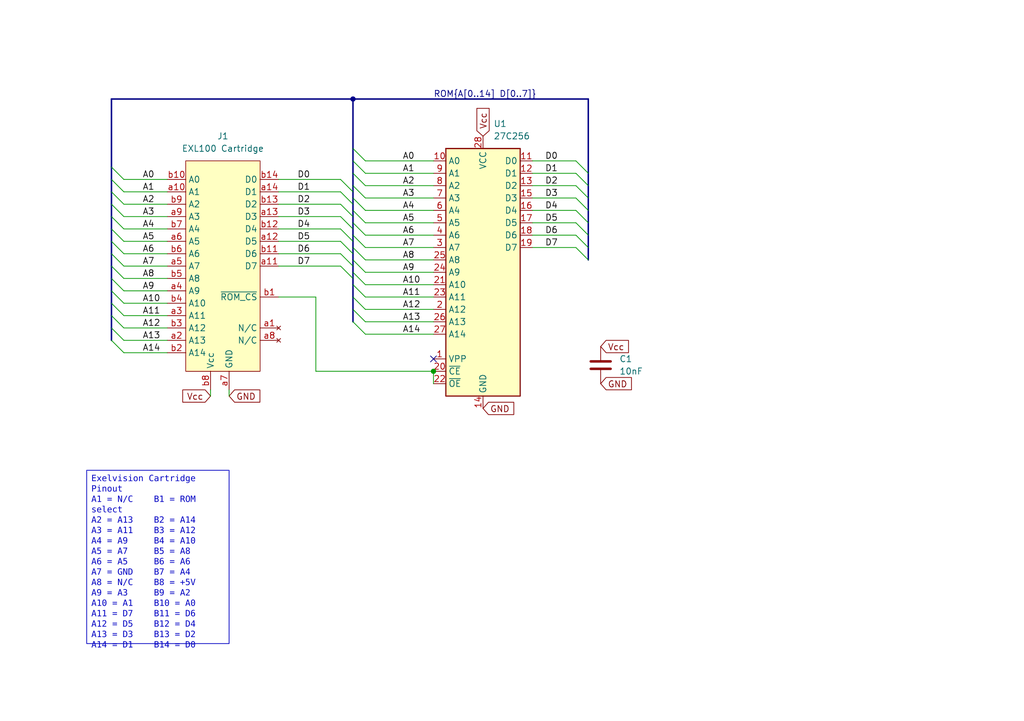
<source format=kicad_sch>
(kicad_sch (version 20250114) (generator "eeschema") (generator_version "9.0")
  (paper "A5")
  (title_block (title "Exelvision EXLROM Cartridge") (date "31-Mar-2025") (company "Brett Hallen") (comment 1 "www.youtube.com/@Brfff"))
  (lib_symbols
    (symbol "Clueless_Engineer:EXL100_Cartridge"
      (property "Reference" "J" (at -1.016 21.082 0))
      (property "Value" "EXL100 Cartridge" (at 0.254 19.05 0))
      (symbol "EXL100_Cartridge_1_1"
        (rectangle (start -7.62 17.78) (end 7.62 -25.4) (fill (type background)))
        (pin input line (at -11.43 13.97 0) (length 3.81) (name "A0") (number "b10"))
        (pin input line (at -11.43 11.43 0) (length 3.81) (name "A1") (number "a10"))
        (pin input line (at -11.43 8.89 0) (length 3.81) (name "A2") (number "b9"))
        (pin input line (at -11.43 6.35 0) (length 3.81) (name "A3") (number "a9"))
        (pin input line (at -11.43 3.81 0) (length 3.81) (name "A4") (number "b7"))
        (pin input line (at -11.43 1.27 0) (length 3.81) (name "A5") (number "a6"))
        (pin input line (at -11.43 -1.27 0) (length 3.81) (name "A6") (number "b6"))
        (pin input line (at -11.43 -3.81 0) (length 3.81) (name "A7") (number "a5"))
        (pin input line (at -11.43 -6.35 0) (length 3.81) (name "A8") (number "b5"))
        (pin input line (at -11.43 -8.89 0) (length 3.81) (name "A9") (number "a4"))
        (pin input line (at -11.43 -11.43 0) (length 3.81) (name "A10") (number "b4"))
        (pin input line (at -11.43 -13.97 0) (length 3.81) (name "A11") (number "a3"))
        (pin input line (at -11.43 -16.51 0) (length 3.81) (name "A12") (number "b3"))
        (pin input line (at -11.43 -19.05 0) (length 3.81) (name "A13") (number "a2"))
        (pin input line (at -11.43 -21.59 0) (length 3.81) (name "A14") (number "b2"))
        (pin power_in line (at -2.54 -29.21 90) (length 3.81) (name "Vcc") (number "b8"))
        (pin power_in line (at 1.27 -29.21 90) (length 3.81) (name "GND") (number "a7"))
        (pin output line (at 11.43 13.97 180) (length 3.81) (name "D0") (number "b14"))
        (pin output line (at 11.43 11.43 180) (length 3.81) (name "D1") (number "a14"))
        (pin output line (at 11.43 8.89 180) (length 3.81) (name "D2") (number "b13"))
        (pin output line (at 11.43 6.35 180) (length 3.81) (name "D3") (number "a13"))
        (pin output line (at 11.43 3.81 180) (length 3.81) (name "D4") (number "b12"))
        (pin output line (at 11.43 1.27 180) (length 3.81) (name "D5") (number "a12"))
        (pin output line (at 11.43 -1.27 180) (length 3.81) (name "D6") (number "b11"))
        (pin output line (at 11.43 -3.81 180) (length 3.81) (name "D7") (number "a11"))
        (pin input line (at 11.43 -10.16 180) (length 3.81) (name "~{ROM_CS}") (number "b1"))
        (pin no_connect line (at 11.43 -16.51 180) (length 3.81) (name "N/C") (number "a1"))
        (pin no_connect line (at 11.43 -19.05 180) (length 3.81) (name "N/C") (number "a8"))
      )
    )
    (symbol "Device:C" (pin_numbers (hide yes)) (pin_names (offset 0.254))
      (property "Reference" "C" (at 0.635 2.54 0))
      (property "Value" "C" (at 0.635 -2.54 0))
      (symbol "C_0_1"
        (polyline (pts (xy -2.032 0.762) (xy 2.032 0.762)) (stroke (width 0.508)))
        (polyline (pts (xy -2.032 -0.762) (xy 2.032 -0.762)) (stroke (width 0.508)))
      )
      (symbol "C_1_1"
        (pin passive line (at 0 3.81 270) (length 2.794) (name "~") (number "1"))
        (pin passive line (at 0 -3.81 90) (length 2.794) (name "~") (number "2"))
      )
    )
    (symbol "Memory_EPROM:27C256"
      (property "Reference" "U" (at -7.62 26.67 0))
      (property "Value" "27C256" (at 2.54 -26.67 0))
      (symbol "27C256_1_1"
        (rectangle (start -7.62 25.4) (end 7.62 -25.4) (stroke (width 0.254)) (fill (type background)))
        (pin input line (at -10.16 22.86 0) (length 2.54) (name "A0") (number "10"))
        (pin input line (at -10.16 20.32 0) (length 2.54) (name "A1") (number "9"))
        (pin input line (at -10.16 17.78 0) (length 2.54) (name "A2") (number "8"))
        (pin input line (at -10.16 15.24 0) (length 2.54) (name "A3") (number "7"))
        (pin input line (at -10.16 12.7 0) (length 2.54) (name "A4") (number "6"))
        (pin input line (at -10.16 10.16 0) (length 2.54) (name "A5") (number "5"))
        (pin input line (at -10.16 7.62 0) (length 2.54) (name "A6") (number "4"))
        (pin input line (at -10.16 5.08 0) (length 2.54) (name "A7") (number "3"))
        (pin input line (at -10.16 2.54 0) (length 2.54) (name "A8") (number "25"))
        (pin input line (at -10.16 0 0) (length 2.54) (name "A9") (number "24"))
        (pin input line (at -10.16 -2.54 0) (length 2.54) (name "A10") (number "21"))
        (pin input line (at -10.16 -5.08 0) (length 2.54) (name "A11") (number "23"))
        (pin input line (at -10.16 -7.62 0) (length 2.54) (name "A12") (number "2"))
        (pin input line (at -10.16 -10.16 0) (length 2.54) (name "A13") (number "26"))
        (pin input line (at -10.16 -12.7 0) (length 2.54) (name "A14") (number "27"))
        (pin input line (at -10.16 -17.78 0) (length 2.54) (name "VPP") (number "1"))
        (pin input line (at -10.16 -20.32 0) (length 2.54) (name "~{CE}") (number "20"))
        (pin input line (at -10.16 -22.86 0) (length 2.54) (name "~{OE}") (number "22"))
        (pin power_in line (at 0 27.94 270) (length 2.54) (name "VCC") (number "28"))
        (pin power_in line (at 0 -27.94 90) (length 2.54) (name "GND") (number "14"))
        (pin tri_state line (at 10.16 22.86 180) (length 2.54) (name "D0") (number "11"))
        (pin tri_state line (at 10.16 20.32 180) (length 2.54) (name "D1") (number "12"))
        (pin tri_state line (at 10.16 17.78 180) (length 2.54) (name "D2") (number "13"))
        (pin tri_state line (at 10.16 15.24 180) (length 2.54) (name "D3") (number "15"))
        (pin tri_state line (at 10.16 12.7 180) (length 2.54) (name "D4") (number "16"))
        (pin tri_state line (at 10.16 10.16 180) (length 2.54) (name "D5") (number "17"))
        (pin tri_state line (at 10.16 7.62 180) (length 2.54) (name "D6") (number "18"))
        (pin tri_state line (at 10.16 5.08 180) (length 2.54) (name "D7") (number "19"))
      )
    )
  )
  (text_box "Exelvision Cartridge Pinout\nA1 = N/C    B1 = ROM select\nA2 = A13    B2 = A14\nA3 = A11    B3 = A12\nA4 = A9     B4 = A10\nA5 = A7     B5 = A8\nA6 = A5     B6 = A6\nA7 = GND    B7 = A4\nA8 = N/C    B8 = +5V\nA9 = A3     B9 = A2\nA10 = A1    B10 = A0\nA11 = D7    B11 = D6\nA12 = D5    B12 = D4\nA13 = D3    B13 = D2\nA14 = D1    B14 = D0\n" (at 17.78 96.52 0) (size 29.21 35.56) (margins 0.9525 0.9525 0.9525 0.9525) (effects (font (size 1.27 1.27)) (justify left top)))
  (junction (at 72.39 20.32))
  (junction (at 88.9 76.2))
  (no_connect (at 88.9 73.66))
  (bus_entry (at 72.39 55.88) (size 2.54 2.54))
  (bus_entry (at 22.86 59.69) (size 2.54 2.54))
  (bus_entry (at 72.39 66.04) (size 2.54 2.54))
  (bus_entry (at 69.85 46.99) (size 2.54 2.54))
  (bus_entry (at 72.39 43.18) (size 2.54 2.54))
  (bus_entry (at 22.86 69.85) (size 2.54 2.54))
  (bus_entry (at 69.85 52.07) (size 2.54 2.54))
  (bus_entry (at 22.86 64.77) (size 2.54 2.54))
  (bus_entry (at 22.86 52.07) (size 2.54 2.54))
  (bus_entry (at 72.39 53.34) (size 2.54 2.54))
  (bus_entry (at 72.39 33.02) (size 2.54 2.54))
  (bus_entry (at 72.39 35.56) (size 2.54 2.54))
  (bus_entry (at 72.39 40.64) (size 2.54 2.54))
  (bus_entry (at 69.85 44.45) (size 2.54 2.54))
  (bus_entry (at 118.11 35.56) (size 2.54 2.54))
  (bus_entry (at 22.86 67.31) (size 2.54 2.54))
  (bus_entry (at 72.39 45.72) (size 2.54 2.54))
  (bus_entry (at 72.39 38.1) (size 2.54 2.54))
  (bus_entry (at 22.86 34.29) (size 2.54 2.54))
  (bus_entry (at 72.39 63.5) (size 2.54 2.54))
  (bus_entry (at 22.86 41.91) (size 2.54 2.54))
  (bus_entry (at 69.85 36.83) (size 2.54 2.54))
  (bus_entry (at 72.39 60.96) (size 2.54 2.54))
  (bus_entry (at 118.11 40.64) (size 2.54 2.54))
  (bus_entry (at 118.11 50.8) (size 2.54 2.54))
  (bus_entry (at 22.86 36.83) (size 2.54 2.54))
  (bus_entry (at 118.11 45.72) (size 2.54 2.54))
  (bus_entry (at 22.86 57.15) (size 2.54 2.54))
  (bus_entry (at 72.39 30.48) (size 2.54 2.54))
  (bus_entry (at 69.85 54.61) (size 2.54 2.54))
  (bus_entry (at 118.11 48.26) (size 2.54 2.54))
  (bus_entry (at 22.86 44.45) (size 2.54 2.54))
  (bus_entry (at 69.85 39.37) (size 2.54 2.54))
  (bus_entry (at 69.85 49.53) (size 2.54 2.54))
  (bus_entry (at 22.86 62.23) (size 2.54 2.54))
  (bus_entry (at 72.39 50.8) (size 2.54 2.54))
  (bus_entry (at 118.11 38.1) (size 2.54 2.54))
  (bus_entry (at 69.85 41.91) (size 2.54 2.54))
  (bus_entry (at 22.86 54.61) (size 2.54 2.54))
  (bus_entry (at 72.39 58.42) (size 2.54 2.54))
  (bus_entry (at 22.86 49.53) (size 2.54 2.54))
  (bus_entry (at 22.86 46.99) (size 2.54 2.54))
  (bus_entry (at 72.39 48.26) (size 2.54 2.54))
  (bus_entry (at 118.11 33.02) (size 2.54 2.54))
  (bus_entry (at 118.11 43.18) (size 2.54 2.54))
  (bus_entry (at 22.86 39.37) (size 2.54 2.54))
  (wire (pts (xy 25.4 72.39) (xy 34.29 72.39)))
  (wire (pts (xy 109.22 33.02) (xy 118.11 33.02)))
  (bus (pts (xy 72.39 44.45) (xy 72.39 45.72)))
  (wire (pts (xy 25.4 54.61) (xy 34.29 54.61)))
  (wire (pts (xy 25.4 52.07) (xy 34.29 52.07)))
  (wire (pts (xy 25.4 59.69) (xy 34.29 59.69)))
  (wire (pts (xy 74.93 58.42) (xy 88.9 58.42)))
  (bus (pts (xy 120.65 20.32) (xy 120.65 35.56)))
  (bus (pts (xy 72.39 52.07) (xy 72.39 53.34)))
  (bus (pts (xy 72.39 38.1) (xy 72.39 39.37)))
  (wire (pts (xy 74.93 53.34) (xy 88.9 53.34)))
  (wire (pts (xy 25.4 67.31) (xy 34.29 67.31)))
  (wire (pts (xy 57.15 49.53) (xy 69.85 49.53)))
  (bus (pts (xy 72.39 60.96) (xy 72.39 63.5)))
  (wire (pts (xy 74.93 38.1) (xy 88.9 38.1)))
  (bus (pts (xy 120.65 40.64) (xy 120.65 43.18)))
  (wire (pts (xy 109.22 48.26) (xy 118.11 48.26)))
  (bus (pts (xy 22.86 36.83) (xy 22.86 39.37)))
  (wire (pts (xy 57.15 44.45) (xy 69.85 44.45)))
  (wire (pts (xy 25.4 64.77) (xy 34.29 64.77)))
  (bus (pts (xy 72.39 41.91) (xy 72.39 43.18)))
  (wire (pts (xy 74.93 35.56) (xy 88.9 35.56)))
  (bus (pts (xy 120.65 45.72) (xy 120.65 48.26)))
  (wire (pts (xy 74.93 33.02) (xy 88.9 33.02)))
  (wire (pts (xy 57.15 39.37) (xy 69.85 39.37)))
  (bus (pts (xy 72.39 30.48) (xy 72.39 33.02)))
  (bus (pts (xy 72.39 35.56) (xy 72.39 38.1)))
  (wire (pts (xy 74.93 68.58) (xy 88.9 68.58)))
  (bus (pts (xy 72.39 33.02) (xy 72.39 35.56)))
  (wire (pts (xy 74.93 66.04) (xy 88.9 66.04)))
  (wire (pts (xy 74.93 50.8) (xy 88.9 50.8)))
  (wire (pts (xy 74.93 60.96) (xy 88.9 60.96)))
  (bus (pts (xy 22.86 54.61) (xy 22.86 57.15)))
  (wire (pts (xy 88.9 76.2) (xy 88.9 78.74)))
  (bus (pts (xy 72.39 49.53) (xy 72.39 50.8)))
  (wire (pts (xy 25.4 36.83) (xy 34.29 36.83)))
  (wire (pts (xy 57.15 36.83) (xy 69.85 36.83)))
  (wire (pts (xy 109.22 40.64) (xy 118.11 40.64)))
  (wire (pts (xy 74.93 63.5) (xy 88.9 63.5)))
  (wire (pts (xy 109.22 50.8) (xy 118.11 50.8)))
  (bus (pts (xy 22.86 20.32) (xy 72.39 20.32)))
  (wire (pts (xy 109.22 38.1) (xy 118.11 38.1)))
  (bus (pts (xy 22.86 41.91) (xy 22.86 44.45)))
  (wire (pts (xy 64.77 60.96) (xy 57.15 60.96)))
  (wire (pts (xy 109.22 45.72) (xy 118.11 45.72)))
  (wire (pts (xy 64.77 76.2) (xy 64.77 60.96)))
  (bus (pts (xy 120.65 38.1) (xy 120.65 40.64)))
  (wire (pts (xy 25.4 44.45) (xy 34.29 44.45)))
  (bus (pts (xy 22.86 62.23) (xy 22.86 64.77)))
  (wire (pts (xy 25.4 62.23) (xy 34.29 62.23)))
  (wire (pts (xy 109.22 43.18) (xy 118.11 43.18)))
  (bus (pts (xy 72.39 53.34) (xy 72.39 54.61)))
  (wire (pts (xy 46.99 80.01) (xy 46.99 81.28)))
  (wire (pts (xy 74.93 55.88) (xy 88.9 55.88)))
  (wire (pts (xy 109.22 35.56) (xy 118.11 35.56)))
  (bus (pts (xy 72.39 43.18) (xy 72.39 44.45)))
  (bus (pts (xy 72.39 20.32) (xy 120.65 20.32)))
  (wire (pts (xy 74.93 48.26) (xy 88.9 48.26)))
  (wire (pts (xy 43.18 80.01) (xy 43.18 81.28)))
  (bus (pts (xy 120.65 48.26) (xy 120.65 50.8)))
  (wire (pts (xy 74.93 43.18) (xy 88.9 43.18)))
  (wire (pts (xy 25.4 46.99) (xy 34.29 46.99)))
  (wire (pts (xy 74.93 45.72) (xy 88.9 45.72)))
  (wire (pts (xy 25.4 57.15) (xy 34.29 57.15)))
  (wire (pts (xy 88.9 76.2) (xy 64.77 76.2)))
  (bus (pts (xy 72.39 46.99) (xy 72.39 48.26)))
  (bus (pts (xy 22.86 52.07) (xy 22.86 54.61)))
  (bus (pts (xy 72.39 45.72) (xy 72.39 46.99)))
  (bus (pts (xy 22.86 44.45) (xy 22.86 46.99)))
  (bus (pts (xy 72.39 50.8) (xy 72.39 52.07)))
  (wire (pts (xy 57.15 41.91) (xy 69.85 41.91)))
  (bus (pts (xy 22.86 49.53) (xy 22.86 52.07)))
  (bus (pts (xy 22.86 46.99) (xy 22.86 49.53)))
  (bus (pts (xy 72.39 58.42) (xy 72.39 60.96)))
  (wire (pts (xy 57.15 46.99) (xy 69.85 46.99)))
  (bus (pts (xy 72.39 54.61) (xy 72.39 55.88)))
  (bus (pts (xy 120.65 43.18) (xy 120.65 45.72)))
  (bus (pts (xy 120.65 50.8) (xy 120.65 53.34)))
  (wire (pts (xy 25.4 39.37) (xy 34.29 39.37)))
  (bus (pts (xy 22.86 59.69) (xy 22.86 62.23)))
  (bus (pts (xy 72.39 57.15) (xy 72.39 58.42)))
  (wire (pts (xy 57.15 52.07) (xy 69.85 52.07)))
  (bus (pts (xy 72.39 48.26) (xy 72.39 49.53)))
  (bus (pts (xy 22.86 64.77) (xy 22.86 67.31)))
  (wire (pts (xy 57.15 54.61) (xy 69.85 54.61)))
  (wire (pts (xy 25.4 49.53) (xy 34.29 49.53)))
  (wire (pts (xy 25.4 41.91) (xy 34.29 41.91)))
  (wire (pts (xy 25.4 69.85) (xy 34.29 69.85)))
  (bus (pts (xy 120.65 35.56) (xy 120.65 38.1)))
  (bus (pts (xy 22.86 67.31) (xy 22.86 69.85)))
  (bus (pts (xy 22.86 39.37) (xy 22.86 41.91)))
  (bus (pts (xy 72.39 40.64) (xy 72.39 41.91)))
  (wire (pts (xy 74.93 40.64) (xy 88.9 40.64)))
  (bus (pts (xy 72.39 20.32) (xy 72.39 30.48)))
  (bus (pts (xy 22.86 57.15) (xy 22.86 59.69)))
  (bus (pts (xy 72.39 55.88) (xy 72.39 57.15)))
  (bus (pts (xy 22.86 34.29) (xy 22.86 36.83)))
  (bus (pts (xy 72.39 39.37) (xy 72.39 40.64)))
  (bus (pts (xy 72.39 63.5) (xy 72.39 66.04)))
  (bus (pts (xy 22.86 20.32) (xy 22.86 34.29)))
  (label "D2" (at 60.96 41.91 0))
  (label "A13" (at 82.55 66.04 0))
  (label "D6" (at 111.76 48.26 0))
  (label "A1" (at 29.21 39.37 0))
  (label "A9" (at 29.21 59.69 0))
  (label "D5" (at 60.96 49.53 0))
  (label "D3" (at 111.76 40.64 0))
  (label "A13" (at 29.21 69.85 0))
  (label "A2" (at 82.55 38.1 0))
  (label "A11" (at 29.21 64.77 0))
  (label "D0" (at 60.96 36.83 0))
  (label "A4" (at 29.21 46.99 0))
  (label "A7" (at 29.21 54.61 0))
  (label "A0" (at 82.55 33.02 0))
  (label "A3" (at 29.21 44.45 0))
  (label "D1" (at 111.76 35.56 0))
  (label "A12" (at 29.21 67.31 0))
  (label "D2" (at 111.76 38.1 0))
  (label "D1" (at 60.96 39.37 0))
  (label "A8" (at 29.21 57.15 0))
  (label "A11" (at 82.55 60.96 0))
  (label "A3" (at 82.55 40.64 0))
  (label "D7" (at 60.96 54.61 0))
  (label "A1" (at 82.55 35.56 0))
  (label "D4" (at 111.76 43.18 0))
  (label "A6" (at 29.21 52.07 0))
  (label "D7" (at 111.76 50.8 0))
  (label "ROM{A[0..14] D[0..7]}" (at 88.9 20.32 0))
  (label "A14" (at 82.55 68.58 0))
  (label "A7" (at 82.55 50.8 0))
  (label "A14" (at 29.21 72.39 0))
  (label "D6" (at 60.96 52.07 0))
  (label "A5" (at 29.21 49.53 0))
  (label "A5" (at 82.55 45.72 0))
  (label "A9" (at 82.55 55.88 0))
  (label "A12" (at 82.55 63.5 0))
  (label "D0" (at 111.76 33.02 0))
  (label "A6" (at 82.55 48.26 0))
  (label "A0" (at 29.21 36.83 0))
  (label "A4" (at 82.55 43.18 0))
  (label "A10" (at 29.21 62.23 0))
  (label "D3" (at 60.96 44.45 0))
  (label "A10" (at 82.55 58.42 0))
  (label "A2" (at 29.21 41.91 0))
  (label "D4" (at 60.96 46.99 0))
  (label "D5" (at 111.76 45.72 0))
  (label "A8" (at 82.55 53.34 0))
  (global_label "Vcc" (shape input) (at 123.19 71.12 0) (property "Intersheetrefs" "${INTERSHEET_REFS}" (effects (hide yes))))
  (global_label "GND" (shape input) (at 123.19 78.74 0) (property "Intersheetrefs" "${INTERSHEET_REFS}" (effects (hide yes))))
  (global_label "GND" (shape input) (at 99.06 83.82 0) (property "Intersheetrefs" "${INTERSHEET_REFS}" (effects (hide yes))))
  (global_label "Vcc" (shape input) (at 43.18 81.28 180) (property "Intersheetrefs" "${INTERSHEET_REFS}" (effects (hide yes))))
  (global_label "Vcc" (shape input) (at 99.06 27.94 90) (property "Intersheetrefs" "${INTERSHEET_REFS}" (effects (hide yes))))
  (global_label "GND" (shape input) (at 46.99 81.28 0) (property "Intersheetrefs" "${INTERSHEET_REFS}" (effects (hide yes))))
  (symbol (lib_id "Clueless_Engineer:EXL100_Cartridge") (at 45.72 50.8 0) (unit 1)
    (property "Reference" "J1" (at 45.72 27.94 0))
    (property "Value" "EXL100 Cartridge" (at 45.72 30.48 0))
    (property "Footprint" "Clueless_Engineer:EXL100_Cartridge" (effects (hide yes)))
  )
  (symbol (lib_id "Memory_EPROM:27C256") (at 99.06 55.88 0) (unit 1)
    (property "Reference" "U1" (at 101.2033 25.4 0) (effects (justify left)))
    (property "Value" "27C256" (at 101.2033 27.94 0) (effects (justify left)))
    (property "Footprint" "Package_DIP:DIP-28_W15.24mm" (effects (hide yes)))
    (property "Datasheet" "http://ww1.microchip.com/downloads/en/DeviceDoc/doc0014.pdf" (effects (hide yes)))
    (property "Description" "OTP EPROM 256 KiBit" (effects (hide yes)))
  )
  (symbol (lib_id "Device:C") (at 123.19 74.93 0) (unit 1)
    (property "Reference" "C1" (at 127 73.6599 0) (effects (justify left)))
    (property "Value" "10nF" (at 127 76.1999 0) (effects (justify left)))
    (property "Footprint" "Capacitor_THT:C_Disc_D3.0mm_W2.0mm_P2.50mm" (effects (hide yes)))
    (property "Description" "Unpolarized capacitor" (effects (hide yes)))
  )
)
</source>
